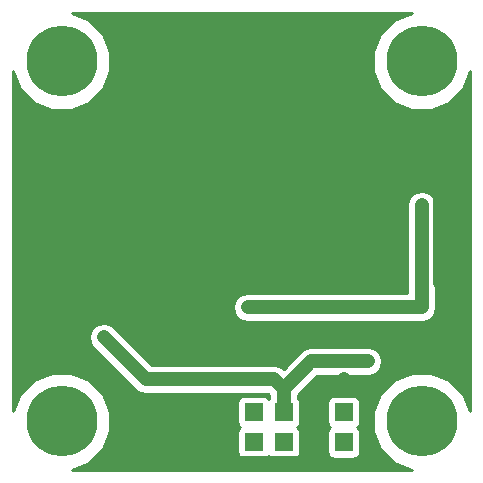
<source format=gbr>
G04 #@! TF.FileFunction,Copper,L1,Top,Signal*
%FSLAX46Y46*%
G04 Gerber Fmt 4.6, Leading zero omitted, Abs format (unit mm)*
G04 Created by KiCad (PCBNEW 4.0.1-stable) date 8. 8. 2016 15:41:02*
%MOMM*%
G01*
G04 APERTURE LIST*
%ADD10C,0.500000*%
%ADD11R,1.524000X1.524000*%
%ADD12C,6.000000*%
%ADD13C,0.800000*%
%ADD14C,1.200000*%
%ADD15C,0.254000*%
G04 APERTURE END LIST*
D10*
D11*
X21336000Y3302000D03*
X21336000Y5842000D03*
X23876000Y3302000D03*
X23876000Y5842000D03*
X26416000Y3302000D03*
X26416000Y5842000D03*
X28956000Y3302000D03*
X28956000Y5842000D03*
D12*
X35560000Y5080000D03*
X5080000Y35560000D03*
X5080000Y5080000D03*
X35560000Y35560000D03*
D13*
X30988000Y10160000D03*
X16766000Y8636000D03*
X8636000Y12192000D03*
X35560000Y23368000D03*
X35560000Y14732000D03*
X20828000Y14732000D03*
X28448000Y14732000D03*
X36068000Y11176000D03*
X29972000Y12700000D03*
X37084000Y16764000D03*
X36576000Y26416000D03*
X21844000Y28448000D03*
X21844000Y23876000D03*
X21844000Y19304000D03*
X13716000Y14732000D03*
X13716000Y19304000D03*
X13716000Y23876000D03*
X13716000Y28448000D03*
X5588000Y28448000D03*
X5588000Y23876000D03*
X5588000Y19304000D03*
X5588000Y14732000D03*
X8636000Y8636000D03*
X12192000Y6096000D03*
X13716000Y5588000D03*
X28956000Y8636000D03*
X26416000Y7804000D03*
X14732000Y34544000D03*
X19812000Y34544000D03*
X24384000Y34544000D03*
X29972000Y34544000D03*
X29972000Y28448000D03*
X29972000Y23876000D03*
X29972000Y18796000D03*
D14*
X16766000Y8636000D02*
X12192000Y8636000D01*
X30988000Y10160000D02*
X26232000Y10160000D01*
X26232000Y10160000D02*
X23876000Y7804000D01*
X12192000Y8636000D02*
X23044000Y8636000D01*
X23044000Y8636000D02*
X23876000Y7804000D01*
X23876000Y7804000D02*
X23876000Y5842000D01*
X8636000Y12192000D02*
X12192000Y8636000D01*
X35560000Y23368000D02*
X35560000Y14732000D01*
X28448000Y14732000D02*
X35560000Y14732000D01*
X28448000Y14732000D02*
X20828000Y14732000D01*
X29972000Y12700000D02*
X34544000Y12700000D01*
X34544000Y12700000D02*
X36068000Y11176000D01*
X36576000Y26416000D02*
X37084000Y25908000D01*
X37084000Y25908000D02*
X37084000Y16764000D01*
X29972000Y28448000D02*
X34544000Y28448000D01*
X34544000Y28448000D02*
X36576000Y26416000D01*
X21844000Y23876000D02*
X21844000Y28448000D01*
X13716000Y14732000D02*
X17272000Y14732000D01*
X17272000Y14732000D02*
X21844000Y19304000D01*
X13716000Y23876000D02*
X13716000Y19304000D01*
X5588000Y28448000D02*
X13716000Y28448000D01*
X5588000Y19304000D02*
X5588000Y23876000D01*
X8636000Y8636000D02*
X5588000Y11684000D01*
X5588000Y11684000D02*
X5588000Y14732000D01*
X12192000Y6096000D02*
X11176000Y6096000D01*
X11176000Y6096000D02*
X8636000Y8636000D01*
X16256000Y1524000D02*
X13716000Y4064000D01*
X13716000Y4064000D02*
X13716000Y5588000D01*
X26416000Y1524000D02*
X16256000Y1524000D01*
X26416000Y2877998D02*
X26416000Y1524000D01*
X26416000Y3302000D02*
X26416000Y2877998D01*
X26416000Y7804000D02*
X28124000Y7804000D01*
X28124000Y7804000D02*
X28956000Y8636000D01*
X26416000Y5842000D02*
X26416000Y7804000D01*
X24384000Y34544000D02*
X19812000Y34544000D01*
X29972000Y28448000D02*
X29972000Y34544000D01*
X29972000Y18796000D02*
X29972000Y23876000D01*
D15*
G36*
X33225296Y39060741D02*
X32063340Y37900810D01*
X31433718Y36384513D01*
X31432285Y34742690D01*
X32059259Y33225296D01*
X33219190Y32063340D01*
X34735487Y31433718D01*
X36377310Y31432285D01*
X37894704Y32059259D01*
X39056660Y33219190D01*
X39676000Y34710725D01*
X39676000Y5925662D01*
X39060741Y7414704D01*
X37900810Y8576660D01*
X36384513Y9206282D01*
X34742690Y9207715D01*
X33225296Y8580741D01*
X32063340Y7420810D01*
X31433718Y5904513D01*
X31432285Y4262690D01*
X32059259Y2745296D01*
X33219190Y1583340D01*
X34710725Y964000D01*
X5925662Y964000D01*
X7414704Y1579259D01*
X8576660Y2739190D01*
X9206282Y4255487D01*
X9207715Y5897310D01*
X8580741Y7414704D01*
X7420810Y8576660D01*
X5904513Y9206282D01*
X4262690Y9207715D01*
X2745296Y8580741D01*
X1583340Y7420810D01*
X964000Y5929275D01*
X964000Y12192000D01*
X7401000Y12192000D01*
X7495009Y11719386D01*
X7762723Y11318723D01*
X11318723Y7762723D01*
X11719386Y7495009D01*
X12192000Y7401000D01*
X22532446Y7401000D01*
X22641000Y7292446D01*
X22641000Y7036537D01*
X22606626Y6986230D01*
X22562090Y7055441D01*
X22349890Y7200431D01*
X22098000Y7251440D01*
X20574000Y7251440D01*
X20338683Y7207162D01*
X20122559Y7068090D01*
X19977569Y6855890D01*
X19926560Y6604000D01*
X19926560Y5080000D01*
X19970838Y4844683D01*
X20109910Y4628559D01*
X20191770Y4572626D01*
X20122559Y4528090D01*
X19977569Y4315890D01*
X19926560Y4064000D01*
X19926560Y2540000D01*
X19970838Y2304683D01*
X20109910Y2088559D01*
X20322110Y1943569D01*
X20574000Y1892560D01*
X22098000Y1892560D01*
X22333317Y1936838D01*
X22549441Y2075910D01*
X22605374Y2157770D01*
X22649910Y2088559D01*
X22862110Y1943569D01*
X23114000Y1892560D01*
X24638000Y1892560D01*
X24873317Y1936838D01*
X25089441Y2075910D01*
X25234431Y2288110D01*
X25285440Y2540000D01*
X25285440Y4064000D01*
X25241162Y4299317D01*
X25102090Y4515441D01*
X25020230Y4571374D01*
X25089441Y4615910D01*
X25234431Y4828110D01*
X25285440Y5080000D01*
X25285440Y6604000D01*
X27546560Y6604000D01*
X27546560Y5080000D01*
X27590838Y4844683D01*
X27729910Y4628559D01*
X27811770Y4572626D01*
X27742559Y4528090D01*
X27597569Y4315890D01*
X27546560Y4064000D01*
X27546560Y2540000D01*
X27590838Y2304683D01*
X27729910Y2088559D01*
X27942110Y1943569D01*
X28194000Y1892560D01*
X29718000Y1892560D01*
X29953317Y1936838D01*
X30169441Y2075910D01*
X30314431Y2288110D01*
X30365440Y2540000D01*
X30365440Y4064000D01*
X30321162Y4299317D01*
X30182090Y4515441D01*
X30100230Y4571374D01*
X30169441Y4615910D01*
X30314431Y4828110D01*
X30365440Y5080000D01*
X30365440Y6604000D01*
X30321162Y6839317D01*
X30182090Y7055441D01*
X29969890Y7200431D01*
X29718000Y7251440D01*
X28194000Y7251440D01*
X27958683Y7207162D01*
X27742559Y7068090D01*
X27597569Y6855890D01*
X27546560Y6604000D01*
X25285440Y6604000D01*
X25241162Y6839317D01*
X25111000Y7041594D01*
X25111000Y7292446D01*
X26743554Y8925000D01*
X30988000Y8925000D01*
X31460614Y9019009D01*
X31861277Y9286723D01*
X32128991Y9687386D01*
X32223000Y10160000D01*
X32128991Y10632614D01*
X31861277Y11033277D01*
X31460614Y11300991D01*
X30988000Y11395000D01*
X26232000Y11395000D01*
X25759386Y11300991D01*
X25358723Y11033277D01*
X23867789Y9542343D01*
X23516614Y9776991D01*
X23044000Y9871000D01*
X12703554Y9871000D01*
X9509277Y13065277D01*
X9108614Y13332991D01*
X8636000Y13427000D01*
X8163386Y13332991D01*
X7762723Y13065277D01*
X7495009Y12664614D01*
X7401000Y12192000D01*
X964000Y12192000D01*
X964000Y14732000D01*
X19593000Y14732000D01*
X19687009Y14259386D01*
X19954723Y13858723D01*
X20355386Y13591009D01*
X20828000Y13497000D01*
X35560000Y13497000D01*
X36032614Y13591009D01*
X36433277Y13858723D01*
X36700991Y14259386D01*
X36795000Y14732000D01*
X36795000Y23368000D01*
X36700991Y23840614D01*
X36433277Y24241277D01*
X36032614Y24508991D01*
X35560000Y24603000D01*
X35087386Y24508991D01*
X34686723Y24241277D01*
X34419009Y23840614D01*
X34325000Y23368000D01*
X34325000Y15967000D01*
X20828000Y15967000D01*
X20355386Y15872991D01*
X19954723Y15605277D01*
X19687009Y15204614D01*
X19593000Y14732000D01*
X964000Y14732000D01*
X964000Y34714338D01*
X1579259Y33225296D01*
X2739190Y32063340D01*
X4255487Y31433718D01*
X5897310Y31432285D01*
X7414704Y32059259D01*
X8576660Y33219190D01*
X9206282Y34735487D01*
X9207715Y36377310D01*
X8580741Y37894704D01*
X7420810Y39056660D01*
X5929275Y39676000D01*
X34714338Y39676000D01*
X33225296Y39060741D01*
X33225296Y39060741D01*
G37*
X33225296Y39060741D02*
X32063340Y37900810D01*
X31433718Y36384513D01*
X31432285Y34742690D01*
X32059259Y33225296D01*
X33219190Y32063340D01*
X34735487Y31433718D01*
X36377310Y31432285D01*
X37894704Y32059259D01*
X39056660Y33219190D01*
X39676000Y34710725D01*
X39676000Y5925662D01*
X39060741Y7414704D01*
X37900810Y8576660D01*
X36384513Y9206282D01*
X34742690Y9207715D01*
X33225296Y8580741D01*
X32063340Y7420810D01*
X31433718Y5904513D01*
X31432285Y4262690D01*
X32059259Y2745296D01*
X33219190Y1583340D01*
X34710725Y964000D01*
X5925662Y964000D01*
X7414704Y1579259D01*
X8576660Y2739190D01*
X9206282Y4255487D01*
X9207715Y5897310D01*
X8580741Y7414704D01*
X7420810Y8576660D01*
X5904513Y9206282D01*
X4262690Y9207715D01*
X2745296Y8580741D01*
X1583340Y7420810D01*
X964000Y5929275D01*
X964000Y12192000D01*
X7401000Y12192000D01*
X7495009Y11719386D01*
X7762723Y11318723D01*
X11318723Y7762723D01*
X11719386Y7495009D01*
X12192000Y7401000D01*
X22532446Y7401000D01*
X22641000Y7292446D01*
X22641000Y7036537D01*
X22606626Y6986230D01*
X22562090Y7055441D01*
X22349890Y7200431D01*
X22098000Y7251440D01*
X20574000Y7251440D01*
X20338683Y7207162D01*
X20122559Y7068090D01*
X19977569Y6855890D01*
X19926560Y6604000D01*
X19926560Y5080000D01*
X19970838Y4844683D01*
X20109910Y4628559D01*
X20191770Y4572626D01*
X20122559Y4528090D01*
X19977569Y4315890D01*
X19926560Y4064000D01*
X19926560Y2540000D01*
X19970838Y2304683D01*
X20109910Y2088559D01*
X20322110Y1943569D01*
X20574000Y1892560D01*
X22098000Y1892560D01*
X22333317Y1936838D01*
X22549441Y2075910D01*
X22605374Y2157770D01*
X22649910Y2088559D01*
X22862110Y1943569D01*
X23114000Y1892560D01*
X24638000Y1892560D01*
X24873317Y1936838D01*
X25089441Y2075910D01*
X25234431Y2288110D01*
X25285440Y2540000D01*
X25285440Y4064000D01*
X25241162Y4299317D01*
X25102090Y4515441D01*
X25020230Y4571374D01*
X25089441Y4615910D01*
X25234431Y4828110D01*
X25285440Y5080000D01*
X25285440Y6604000D01*
X27546560Y6604000D01*
X27546560Y5080000D01*
X27590838Y4844683D01*
X27729910Y4628559D01*
X27811770Y4572626D01*
X27742559Y4528090D01*
X27597569Y4315890D01*
X27546560Y4064000D01*
X27546560Y2540000D01*
X27590838Y2304683D01*
X27729910Y2088559D01*
X27942110Y1943569D01*
X28194000Y1892560D01*
X29718000Y1892560D01*
X29953317Y1936838D01*
X30169441Y2075910D01*
X30314431Y2288110D01*
X30365440Y2540000D01*
X30365440Y4064000D01*
X30321162Y4299317D01*
X30182090Y4515441D01*
X30100230Y4571374D01*
X30169441Y4615910D01*
X30314431Y4828110D01*
X30365440Y5080000D01*
X30365440Y6604000D01*
X30321162Y6839317D01*
X30182090Y7055441D01*
X29969890Y7200431D01*
X29718000Y7251440D01*
X28194000Y7251440D01*
X27958683Y7207162D01*
X27742559Y7068090D01*
X27597569Y6855890D01*
X27546560Y6604000D01*
X25285440Y6604000D01*
X25241162Y6839317D01*
X25111000Y7041594D01*
X25111000Y7292446D01*
X26743554Y8925000D01*
X30988000Y8925000D01*
X31460614Y9019009D01*
X31861277Y9286723D01*
X32128991Y9687386D01*
X32223000Y10160000D01*
X32128991Y10632614D01*
X31861277Y11033277D01*
X31460614Y11300991D01*
X30988000Y11395000D01*
X26232000Y11395000D01*
X25759386Y11300991D01*
X25358723Y11033277D01*
X23867789Y9542343D01*
X23516614Y9776991D01*
X23044000Y9871000D01*
X12703554Y9871000D01*
X9509277Y13065277D01*
X9108614Y13332991D01*
X8636000Y13427000D01*
X8163386Y13332991D01*
X7762723Y13065277D01*
X7495009Y12664614D01*
X7401000Y12192000D01*
X964000Y12192000D01*
X964000Y14732000D01*
X19593000Y14732000D01*
X19687009Y14259386D01*
X19954723Y13858723D01*
X20355386Y13591009D01*
X20828000Y13497000D01*
X35560000Y13497000D01*
X36032614Y13591009D01*
X36433277Y13858723D01*
X36700991Y14259386D01*
X36795000Y14732000D01*
X36795000Y23368000D01*
X36700991Y23840614D01*
X36433277Y24241277D01*
X36032614Y24508991D01*
X35560000Y24603000D01*
X35087386Y24508991D01*
X34686723Y24241277D01*
X34419009Y23840614D01*
X34325000Y23368000D01*
X34325000Y15967000D01*
X20828000Y15967000D01*
X20355386Y15872991D01*
X19954723Y15605277D01*
X19687009Y15204614D01*
X19593000Y14732000D01*
X964000Y14732000D01*
X964000Y34714338D01*
X1579259Y33225296D01*
X2739190Y32063340D01*
X4255487Y31433718D01*
X5897310Y31432285D01*
X7414704Y32059259D01*
X8576660Y33219190D01*
X9206282Y34735487D01*
X9207715Y36377310D01*
X8580741Y37894704D01*
X7420810Y39056660D01*
X5929275Y39676000D01*
X34714338Y39676000D01*
X33225296Y39060741D01*
M02*

</source>
